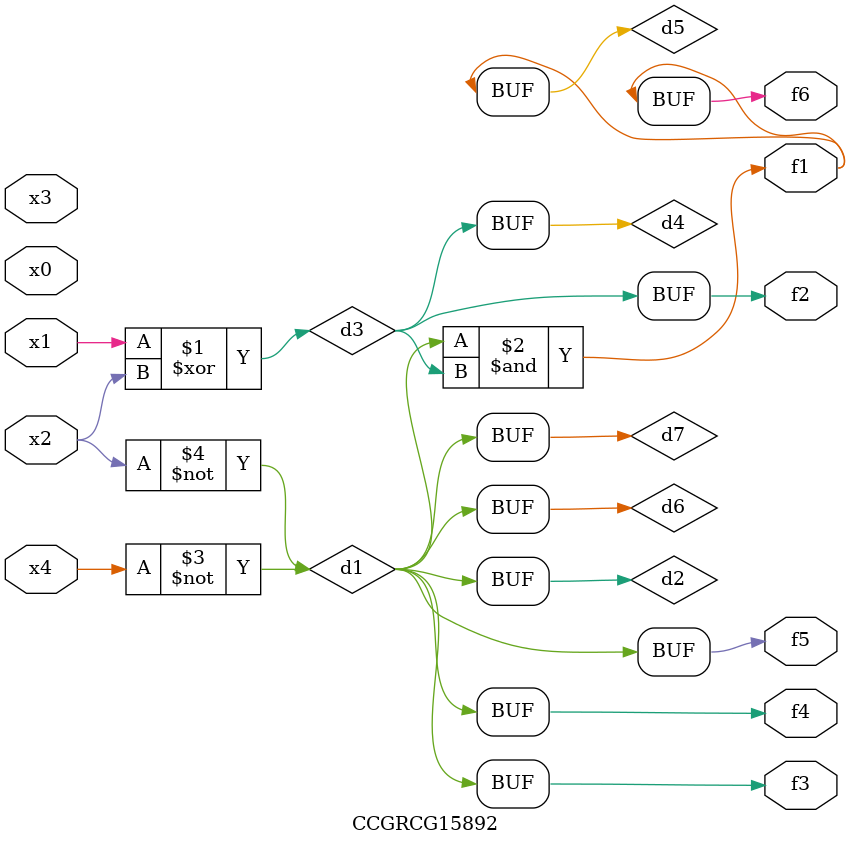
<source format=v>
module CCGRCG15892(
	input x0, x1, x2, x3, x4,
	output f1, f2, f3, f4, f5, f6
);

	wire d1, d2, d3, d4, d5, d6, d7;

	not (d1, x4);
	not (d2, x2);
	xor (d3, x1, x2);
	buf (d4, d3);
	and (d5, d1, d3);
	buf (d6, d1, d2);
	buf (d7, d2);
	assign f1 = d5;
	assign f2 = d4;
	assign f3 = d7;
	assign f4 = d7;
	assign f5 = d7;
	assign f6 = d5;
endmodule

</source>
